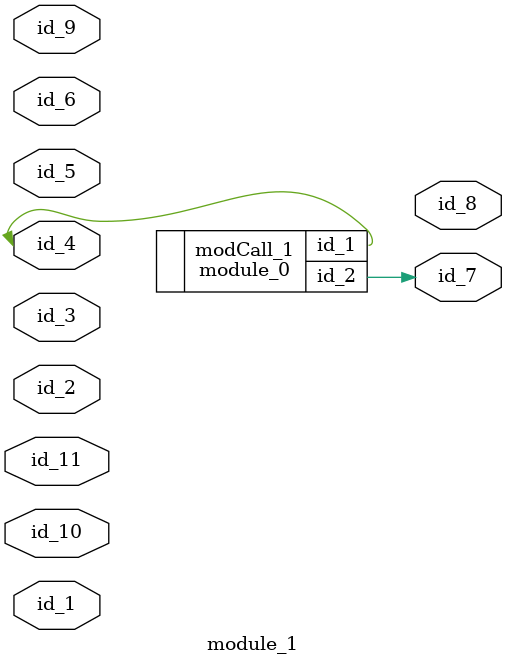
<source format=v>
module module_0 (
    id_1,
    id_2
);
  output wire id_2;
  inout wire id_1;
endmodule
module module_1 (
    id_1,
    id_2,
    id_3,
    id_4,
    id_5,
    id_6,
    id_7,
    id_8,
    id_9,
    id_10,
    id_11
);
  input wire id_11;
  input wire id_10;
  module_0 modCall_1 (
      id_4,
      id_7
  );
  input wire id_9;
  output wire id_8;
  output wire id_7;
  inout wire id_6;
  inout wire id_5;
  inout wire id_4;
  input wire id_3;
  input wire id_2;
  input wire id_1;
endmodule

</source>
